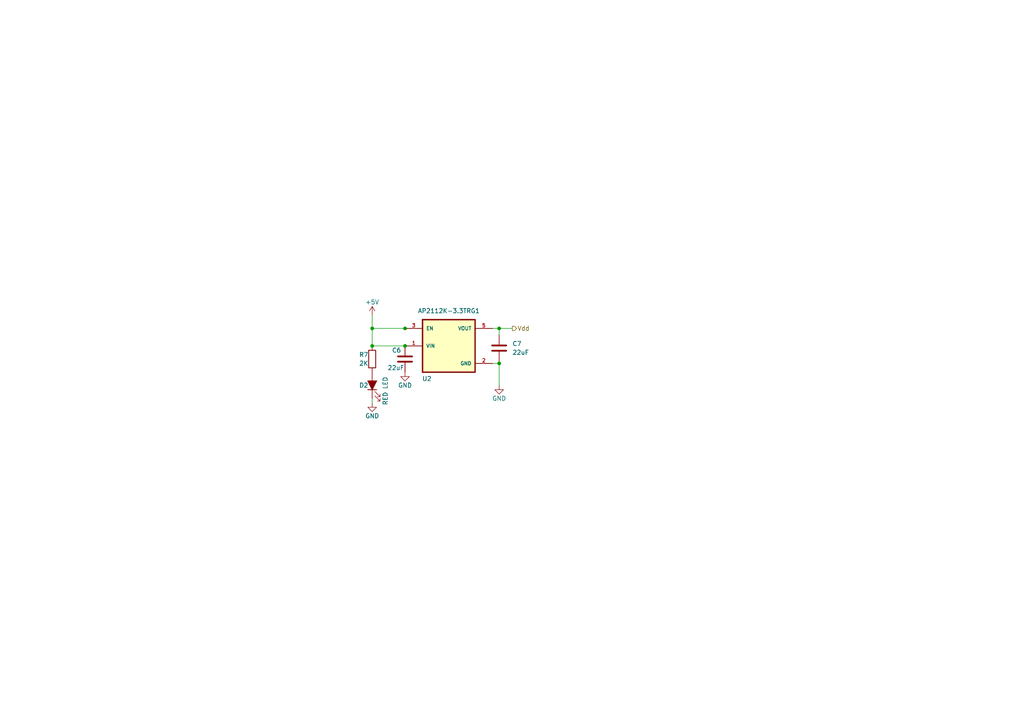
<source format=kicad_sch>
(kicad_sch (version 20230121) (generator eeschema)
  (paper "A4")
  (lib_symbols
    (symbol "AP2112K-3.3TRG1:AP2112K-3.3TRG1" (pin_names (offset 1.016))
      (property "Reference" "U11" (at -6.35 -9.525 0))
      (property "Value" "AP2112K-3.3TRG1" (at 0 10.16 0))
      (symbol "AP2112K-3.3TRG1_0_0"
        (rectangle (start -7.62 -7.62) (end 7.62 7.62) (stroke (width 0.41)) (fill (type background)))
        (pin power_in line (at -12.7 0 0) (length 5.08) (name "VIN") (number "1"))
        (pin power_in line (at 12.7 -5.08 180) (length 5.08) (name "GND") (number "2"))
        (pin input line (at -12.7 5.08 0) (length 5.08) (name "EN") (number "3"))
        (pin power_in line (at 12.7 5.08 180) (length 5.08) (name "VOUT") (number "5"))
      )
    )
    (symbol "Device:C" (pin_numbers hide) (pin_names (offset 0.254))
      (property "Reference" "C" (at 0.635 2.54 0))
      (property "Value" "C" (at 0.635 -2.54 0))
      (symbol "C_0_1"
        (polyline (pts (xy -2.032 -0.762) (xy 2.032 -0.762)) (stroke (width 0.508)))
        (polyline (pts (xy -2.032 0.762) (xy 2.032 0.762)) (stroke (width 0.508)))
      )
      (symbol "C_1_1"
        (pin passive line (at 0 3.81 270) (length 2.794) (name "~") (number "1"))
        (pin passive line (at 0 -3.81 90) (length 2.794) (name "~") (number "2"))
      )
    )
    (symbol "Device:LED_Filled" (pin_numbers hide) (pin_names (offset 1.016) hide)
      (property "Reference" "D" (at 0 2.54 0))
      (property "Value" "LED_Filled" (at 0 -2.54 0))
      (symbol "LED_Filled_0_1"
        (polyline (pts (xy -1.27 -1.27) (xy -1.27 1.27)) (stroke (width 0.254)))
        (polyline (pts (xy -1.27 0) (xy 1.27 0)))
        (polyline (pts (xy 1.27 -1.27) (xy 1.27 1.27) (xy -1.27 0) (xy 1.27 -1.27)) (stroke (width 0.254)) (fill (type outline)))
        (polyline (pts (xy -3.048 -0.762) (xy -4.572 -2.286) (xy -3.81 -2.286) (xy -4.572 -2.286) (xy -4.572 -1.524)))
        (polyline (pts (xy -1.778 -0.762) (xy -3.302 -2.286) (xy -2.54 -2.286) (xy -3.302 -2.286) (xy -3.302 -1.524)))
      )
      (symbol "LED_Filled_1_1"
        (pin passive line (at -3.81 0 0) (length 2.54) (name "K") (number "1"))
        (pin passive line (at 3.81 0 180) (length 2.54) (name "A") (number "2"))
      )
    )
    (symbol "Device:R" (pin_numbers hide) (pin_names (offset 0))
      (property "Reference" "R" (at 2.032 0 90))
      (property "Value" "R" (at 0 0 90))
      (symbol "R_0_1"
        (rectangle (start -1.016 -2.54) (end 1.016 2.54) (stroke (width 0.254)))
      )
      (symbol "R_1_1"
        (pin passive line (at 0 3.81 270) (length 1.27) (name "~") (number "1"))
        (pin passive line (at 0 -3.81 90) (length 1.27) (name "~") (number "2"))
      )
    )
    (symbol "power:+5V" (power) (pin_names (offset 0))
      (property "Value" "+5V" (at 0 3.556 0))
      (symbol "+5V_0_1"
        (polyline (pts (xy -0.762 1.27) (xy 0 2.54)))
        (polyline (pts (xy 0 0) (xy 0 2.54)))
        (polyline (pts (xy 0 2.54) (xy 0.762 1.27)))
      )
      (symbol "+5V_1_1"
        (pin power_in line (at 0 0 90) (length 0) hide (name "+5V") (number "1"))
      )
    )
    (symbol "power:GND" (power) (pin_names (offset 0))
      (property "Value" "GND" (at 0 -3.81 0))
      (symbol "GND_0_1"
        (polyline (pts (xy 0 0) (xy 0 -1.27) (xy 1.27 -1.27) (xy 0 -2.54) (xy -1.27 -1.27) (xy 0 -1.27)))
      )
      (symbol "GND_1_1"
        (pin power_in line (at 0 0 270) (length 0) hide (name "GND") (number "1"))
      )
    )
  )
  (junction (at 107.95 100.33))
  (junction (at 117.475 95.25))
  (junction (at 117.475 100.33))
  (junction (at 107.95 95.25))
  (junction (at 144.78 95.25))
  (junction (at 144.78 105.41))
  (wire (pts (xy 144.78 95.25) (xy 144.78 97.155)))
  (wire (pts (xy 118.11 95.25) (xy 117.475 95.25)))
  (wire (pts (xy 142.875 95.25) (xy 144.78 95.25)))
  (wire (pts (xy 107.95 95.25) (xy 107.95 100.33)))
  (wire (pts (xy 107.95 100.33) (xy 117.475 100.33)))
  (wire (pts (xy 117.475 95.25) (xy 107.95 95.25)))
  (wire (pts (xy 107.95 115.57) (xy 107.95 116.84)))
  (wire (pts (xy 144.78 104.775) (xy 144.78 105.41)))
  (wire (pts (xy 142.875 105.41) (xy 144.78 105.41)))
  (wire (pts (xy 144.78 105.41) (xy 144.78 111.76)))
  (wire (pts (xy 144.78 95.25) (xy 148.59 95.25)))
  (wire (pts (xy 107.95 91.44) (xy 107.95 95.25)))
  (hierarchical_label "Vdd" (shape output) (at 148.59 95.25 0))
  (symbol (lib_id "Device:C") (at 117.475 104.14 0) (unit 1)
    (property "Reference" "C6" (at 113.665 101.6 0) (effects (justify left)))
    (property "Value" "22uF" (at 112.395 106.68 0) (effects (justify left)))
    (property "Footprint" "Capacitor_SMD:C_0805_2012Metric_Pad1.18x1.45mm_HandSolder" (effects hide))
  )
  (symbol (lib_id "power:GND") (at 144.78 111.76 0) (unit 1)
    (property "Reference" "#PWR08" (effects hide))
    (property "Value" "GND" (at 144.78 115.57 0))
  )
  (symbol (lib_id "power:GND") (at 117.475 107.95 0) (unit 1)
    (property "Reference" "#PWR05" (effects hide))
    (property "Value" "GND" (at 117.475 111.76 0))
  )
  (symbol (lib_id "power:+5V") (at 107.95 91.44 0) (unit 1)
    (property "Reference" "#PWR045" (effects hide))
    (property "Value" "+5V" (at 107.95 87.63 0))
  )
  (symbol (lib_id "Device:R") (at 107.95 104.14 0) (unit 1)
    (property "Reference" "R7" (at 104.14 102.87 0) (effects (justify left)))
    (property "Value" "2K" (at 104.14 105.41 0) (effects (justify left)))
    (property "Footprint" "Resistor_SMD:R_0805_2012Metric_Pad1.20x1.40mm_HandSolder" (effects hide))
  )
  (symbol (lib_id "power:GND") (at 107.95 116.84 0) (unit 1)
    (property "Reference" "#PWR06" (effects hide))
    (property "Value" "GND" (at 107.95 120.65 0))
  )
  (symbol (lib_id "Device:LED_Filled") (at 107.95 111.76 90) (unit 1)
    (property "Reference" "D2" (at 104.14 111.76 90) (effects (justify right)))
    (property "Value" "RED LED" (at 111.76 109.22 0) (effects (justify right)))
    (property "Footprint" "LED_SMD:LED_0805_2012Metric_Pad1.15x1.40mm_HandSolder" (effects hide))
  )
  (symbol (lib_id "Device:C") (at 144.78 100.965 0) (unit 1)
    (property "Reference" "C7" (at 148.59 99.695 0) (effects (justify left)))
    (property "Value" "22uF" (at 148.59 102.235 0) (effects (justify left)))
    (property "Footprint" "Capacitor_SMD:C_0805_2012Metric_Pad1.18x1.45mm_HandSolder" (effects hide))
  )
  (symbol (lib_id "AP2112K-3.3TRG1:AP2112K-3.3TRG1") (at 130.175 100.33 0) (unit 1)
    (property "Reference" "U2" (at 123.825 109.855 0))
    (property "Value" "AP2112K-3.3TRG1" (at 130.175 90.17 0))
    (property "Footprint" "Package_TO_SOT_SMD:SOT-23-5_HandSoldering" (effects hide))
    (property "MF" "Diodes Inc." (effects hide))
    (property "Description" "\nVoltage Regulators, LDO, 600mA CMOS LDO 50mA 3.3V 250mV | Diodes Inc AP2112K-3.3TRG1\n" (effects hide))
    (property "Package" "SOT-753 Diodes Inc." (effects hide))
    (property "Price" "None" (effects hide))
    (property "Check_prices" "https://www.snapeda.com/parts/AP2112K-3.3TRG1/Diodes+Inc./view-part/?ref=eda" (effects hide))
    (property "PARTREV" "2-2" (effects hide))
    (property "SnapEDA_Link" "https://www.snapeda.com/parts/AP2112K-3.3TRG1/Diodes+Inc./view-part/?ref=snap" (effects hide))
    (property "MP" "AP2112K-3.3TRG1" (effects hide))
    (property "Purchase-URL" "https://www.snapeda.com/api/url_track_click_mouser/?unipart_id=454988&manufacturer=Diodes Inc.&part_name=AP2112K-3.3TRG1&search_term=None" (effects hide))
    (property "Availability" "In Stock" (effects hide))
    (property "MANUFACTURER" "Diodes Inc." (effects hide))
  )
)
</source>
